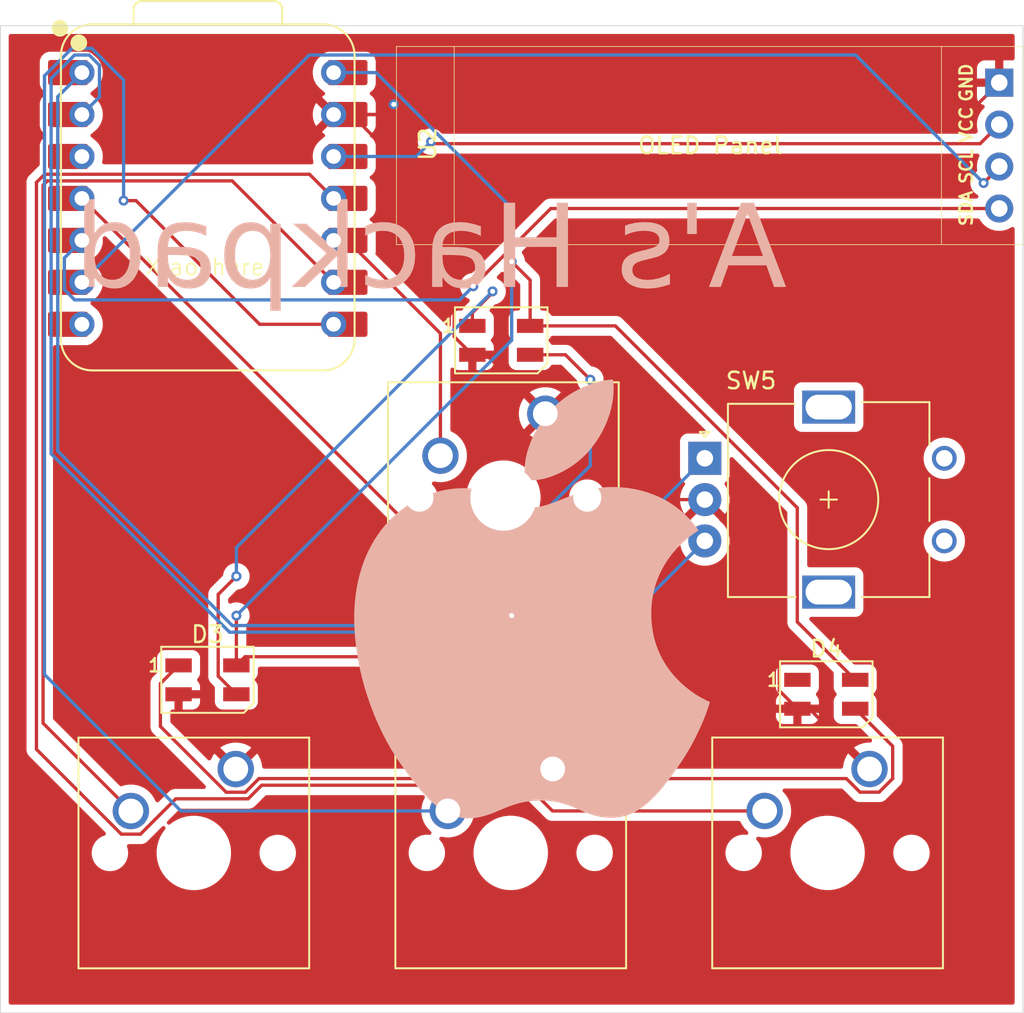
<source format=kicad_pcb>
(kicad_pcb (version 20241229) (generator "pcbnew") (generator_version "9.0")
  (layers (0 "F.Cu" signal) (2 "B.Cu" signal) (13 "F.Paste" user) (15 "B.Paste" user) (5 "F.SilkS" user "F.Silkscreen") (7 "B.SilkS" user "B.Silkscreen") (1 "F.Mask" user) (3 "B.Mask" user) (25 "Edge.Cuts" user))
  (net 0 "")
  (net 1 "GND")
  (net 2 "Net-(D1-DOUT)")
  (net 3 "Net-(D1-DIN)")
  (net 4 "Net-(D2-DOUT)")
  (net 5 "Net-(U1-GPIO2{slash}SCK)")
  (net 6 "Net-(U1-GPIO4{slash}MISO)")
  (net 7 "Net-(U1-GPIO3{slash}MOSI)")
  (net 8 "+5V")
  (net 10 "Net-(D3-DOUT)")
  (net 11 "Net-(U1-GPIO26{slash}ADC0{slash}A0)")
  (net 12 "Net-(U1-GPIO27{slash}ADC1{slash}A1)")
  (net 14 "Net-(U1-GPIO7{slash}SCL)")
  (net 16 "Net-(U1-GPIO6{slash}SDA)")
  (net 17 "+3.3V")
  (net 18 "Net-(U1-GPIO1{slash}RX)")
  (footprint "LED_SMD:LED_SK6812MINI_PLCC4_3.5x3.5mm_P1.75mm" (layer "F.Cu") (at 168.4375 90.4875)
    (property "Reference" "D2" (hide yes))
    (property "Value" "SK6812MINI")
    (fp_line (start -2.8 -2) (end -2.8 2) (stroke (width 0.12)) (layer "F.SilkS"))
    (fp_line (start -2.8 -2) (end 2.8 -2) (stroke (width 0.12)) (layer "F.SilkS"))
    (fp_line (start -2.8 2) (end 2.2 2) (stroke (width 0.12)) (layer "F.SilkS"))
    (fp_line (start 2.8 1.4) (end 2.2 2) (stroke (width 0.12)) (layer "F.SilkS"))
    (fp_line (start 2.8 1.4) (end 2.8 -2) (stroke (width 0.12)) (layer "F.SilkS"))
    (fp_text user "1" (at -3.2 -0.875 0) (layer "F.SilkS") (effects (font (size 0.8 0.8))))
    (pad "1" smd rect (at -1.75 -0.875) (size 1.6 0.85) (layers "F.Cu" "F.Mask" "F.Paste") (net 4 "Net-(D2-DOUT)"))
    (pad "2" smd rect (at -1.75 0.875) (size 1.6 0.85) (layers "F.Cu" "F.Mask" "F.Paste") (net 1 "GND"))
    (pad "3" smd rect (at 1.75 0.875) (size 1.6 0.85) (layers "F.Cu" "F.Mask" "F.Paste") (net 2 "Net-(D1-DOUT)"))
    (pad "4" smd rect (at 1.75 -0.875) (size 1.6 0.85) (layers "F.Cu" "F.Mask" "F.Paste") (net 8 "+5V"))
  )
  (footprint "Button_Switch_Keyboard:SW_Cherry_MX_1.00u_PCB" (layer "F.Cu") (at 171.551542 116.443014)
    (property "Reference" "SW1" (at -2.54 -2.794 0) (layer "F.SilkS"))
    (property "Value" "SW_Push")
    (fp_line (start -9.525 -1.905) (end 4.445 -1.905) (stroke (width 0.12)) (layer "F.SilkS"))
    (fp_line (start -9.525 12.065) (end -9.525 -1.905) (stroke (width 0.12)) (layer "F.SilkS"))
    (fp_line (start 4.445 -1.905) (end 4.445 12.065) (stroke (width 0.12)) (layer "F.SilkS"))
    (fp_line (start 4.445 12.065) (end -9.525 12.065) (stroke (width 0.12)) (layer "F.SilkS"))
    (pad "" np_thru_hole circle (at -7.62 5.08) (size 1.7 1.7) (drill 1.7) (layers "*.Cu" "*.Mask"))
    (pad "" np_thru_hole circle (at -2.54 5.08) (size 4 4) (drill 4) (layers "*.Cu" "*.Mask"))
    (pad "" np_thru_hole circle (at 2.54 5.08) (size 1.7 1.7) (drill 1.7) (layers "*.Cu" "*.Mask"))
    (pad "1" thru_hole circle (at 0 0) (size 2.2 2.2) (drill 1.5) (layers "*.Cu" "*.Mask") (net 1 "GND"))
    (pad "2" thru_hole circle (at -6.35 2.54) (size 2.2 2.2) (drill 1.5) (layers "*.Cu" "*.Mask") (net 18 "Net-(U1-GPIO1{slash}RX)"))
  )
  (footprint "ec11:RotaryEncoder_Alps_EC11E_Vertical_H20mm" (layer "F.Cu") (at 180.7625 97.63125)
    (property "Reference" "SW5" (at 2.8 -4.7 0) (layer "F.SilkS"))
    (property "Value" "RotaryEncoder_Switch")
    (fp_line (start -0.3 -1.6) (end 0.3 -1.6) (stroke (width 0.12)) (layer "F.SilkS"))
    (fp_line (start 0 -1.3) (end -0.3 -1.6) (stroke (width 0.12)) (layer "F.SilkS"))
    (fp_line (start 0.3 -1.6) (end 0 -1.3) (stroke (width 0.12)) (layer "F.SilkS"))
    (fp_line (start 1.4 -3.3) (end 1.4 8.4) (stroke (width 0.12)) (layer "F.SilkS"))
    (fp_line (start 5.5 -3.3) (end 1.4 -3.3) (stroke (width 0.12)) (layer "F.SilkS"))
    (fp_line (start 5.5 8.4) (end 1.4 8.4) (stroke (width 0.12)) (layer "F.SilkS"))
    (fp_line (start 7 2.5) (end 8 2.5) (stroke (width 0.12)) (layer "F.SilkS"))
    (fp_line (start 7.5 2) (end 7.5 3) (stroke (width 0.12)) (layer "F.SilkS"))
    (fp_line (start 9.5 -3.4) (end 13.6 -3.4) (stroke (width 0.12)) (layer "F.SilkS"))
    (fp_line (start 13.6 -3.4) (end 13.6 -0.8) (stroke (width 0.12)) (layer "F.SilkS"))
    (fp_line (start 13.6 1.2) (end 13.6 3.8) (stroke (width 0.12)) (layer "F.SilkS"))
    (fp_line (start 13.6 5.8) (end 13.6 8.4) (stroke (width 0.12)) (layer "F.SilkS"))
    (fp_line (start 13.6 8.4) (end 9.5 8.4) (stroke (width 0.12)) (layer "F.SilkS"))
    (fp_circle (center 7.5 2.5) (end 10.5 2.5) (stroke (width 0.12)) (fill no) (layer "F.SilkS"))
    (pad "" thru_hole circle (at 14.5 0) (size 1.5 1.5) (drill 1) (layers "*.Cu" "*.Mask"))
    (pad "" thru_hole circle (at 14.5 5) (size 1.5 1.5) (drill 1) (layers "*.Cu" "*.Mask"))
    (pad "A" thru_hole rect (at 0 0) (size 2 2) (drill 1) (layers "*.Cu" "*.Mask") (net 11 "Net-(U1-GPIO26{slash}ADC0{slash}A0)"))
    (pad "B" thru_hole circle (at 0 5) (size 2 2) (drill 1) (layers "*.Cu" "*.Mask") (net 12 "Net-(U1-GPIO27{slash}ADC1{slash}A1)"))
    (pad "C" thru_hole circle (at 0 2.5) (size 2 2) (drill 1) (layers "*.Cu" "*.Mask") (net 1 "GND"))
    (pad "MP" thru_hole rect (at 7.5 -3.1) (size 3.2 2) (drill oval 2.8 1.5) (layers "*.Cu" "*.Mask"))
    (pad "MP" thru_hole rect (at 7.5 8.1) (size 3.2 2) (drill oval 2.8 1.5) (layers "*.Cu" "*.Mask"))
  )
  (footprint "Oled:SSD1306-0.91-OLED-4pin-128x32" (layer "F.Cu") (at 162.09 72.69625)
    (property "Reference" "U2" (at 1.9 5.91 90) (layer "F.SilkS"))
    (property "Value" "SSD1306")
    (fp_line (start 0 0) (end 0 12) (stroke (width 0.04)) (layer "F.SilkS"))
    (fp_line (start 0 12) (end 38 12) (stroke (width 0.04)) (layer "F.SilkS"))
    (fp_line (start 3.5 0) (end 3.5 12) (stroke (width 0.04)) (layer "F.SilkS"))
    (fp_line (start 33 0) (end 33 12) (stroke (width 0.04)) (layer "F.SilkS"))
    (fp_line (start 38 0) (end 0 0) (stroke (width 0.04)) (layer "F.SilkS"))
    (fp_line (start 38 12) (end 38 0) (stroke (width 0.04)) (layer "F.SilkS"))
    (fp_text user "SCL" (at 34.5 7.27 270) (layer "F.SilkS") (effects (font (size 0.75 0.75))))
    (fp_text user "GND" (at 34.5 2.19 270) (layer "F.SilkS") (effects (font (size 0.75 0.75))))
    (fp_text user "VCC" (at 34.5 4.73 270) (layer "F.SilkS") (effects (font (size 0.75 0.75))))
    (fp_text user "OLED Panel" (at 19 6 0) (layer "F.SilkS"))
    (fp_text user "SDA" (at 34.5 9.81 270) (layer "F.SilkS") (effects (font (size 0.75 0.75))))
    (pad "1" thru_hole rect (at 36.5 2.19) (size 1.7 1.7) (drill 1) (layers "*.Cu" "*.Mask") (net 1 "GND"))
    (pad "2" thru_hole oval (at 36.5 4.73) (size 1.7 1.7) (drill 1) (layers "*.Cu" "*.Mask") (net 17 "+3.3V"))
    (pad "3" thru_hole oval (at 36.5 7.27) (size 1.7 1.7) (drill 1) (layers "*.Cu" "*.Mask") (net 14 "Net-(U1-GPIO7{slash}SCL)"))
    (pad "4" thru_hole oval (at 36.5 9.81) (size 1.7 1.7) (drill 1) (layers "*.Cu" "*.Mask") (net 16 "Net-(U1-GPIO6{slash}SDA)"))
  )
  (footprint "hackpad:XIAO-RP2040-DIP" (layer "F.Cu") (at 150.667065 81.895838)
    (property "Reference" "U1" (hide yes))
    (property "Value" "XIAO-RP2040-DIP")
    (fp_line (start -8.89 8.509) (end -8.89 -8.636) (stroke (width 0.127)) (layer "F.SilkS"))
    (fp_line (start -6.985 10.414) (end 6.985 10.414) (stroke (width 0.127)) (layer "F.SilkS"))
    (fp_line (start -4.495 -10.541) (end -4.491272 -11.451272) (stroke (width 0.127)) (layer "F.SilkS"))
    (fp_line (start -3.991272 -11.951) (end 4.004 -11.951) (stroke (width 0.127)) (layer "F.SilkS"))
    (fp_line (start 4.504 -11.451) (end 4.504 -10.541) (stroke (width 0.127)) (layer "F.SilkS"))
    (fp_line (start 6.985 -10.541) (end -6.985 -10.541) (stroke (width 0.1)) (layer "F.SilkS"))
    (fp_line (start 6.985 -10.541) (end -6.985 -10.541) (stroke (width 0.127)) (layer "F.SilkS"))
    (fp_line (start 8.89 8.509) (end 8.89 -8.636) (stroke (width 0.127)) (layer "F.SilkS"))
    (fp_arc (start -8.89 -8.636) (mid -8.332038 -9.983038) (end -6.985 -10.541) (stroke (width 0.127)) (layer "F.SilkS"))
    (fp_arc (start -6.985 10.414) (mid -8.332038 9.856038) (end -8.89 8.509) (stroke (width 0.127)) (layer "F.SilkS"))
    (fp_arc (start -4.491272 -11.451272) (mid -4.344728 -11.80464) (end -3.991272 -11.951) (stroke (width 0.127)) (layer "F.SilkS"))
    (fp_arc (start 4.004 -11.951) (mid 4.357553 -11.804553) (end 4.504 -11.451) (stroke (width 0.127)) (layer "F.SilkS"))
    (fp_arc (start 6.985 -10.541) (mid 8.332038 -9.983038) (end 8.89 -8.636) (stroke (width 0.127)) (layer "F.SilkS"))
    (fp_arc (start 8.89 8.509) (mid 8.332038 9.856038) (end 6.985 10.414) (stroke (width 0.127)) (layer "F.SilkS"))
    (fp_circle (center -8.95 -10.3) (end -8.95 -10.554) (stroke (width 0.5)) (fill yes) (layer "F.SilkS"))
    (fp_circle (center -7.807 -9.42) (end -7.807 -9.674) (stroke (width 0.5)) (fill yes) (layer "F.SilkS"))
    (pad "1" smd roundrect (at -8.455 -7.62 180) (size 2.432 1.524) (layers "F.Cu" "F.Mask") (roundrect_rratio 0.1) (net 11 "Net-(U1-GPIO26{slash}ADC0{slash}A0)"))
    (pad "1" thru_hole circle (at -7.62 -7.62 180) (size 1.524 1.524) (drill 0.889) (layers "*.Cu" "*.Mask") (net 11 "Net-(U1-GPIO26{slash}ADC0{slash}A0)"))
    (pad "2" smd roundrect (at -8.455 -5.08 180) (size 2.432 1.524) (layers "F.Cu" "F.Mask") (roundrect_rratio 0.1) (net 12 "Net-(U1-GPIO27{slash}ADC1{slash}A1)"))
    (pad "2" thru_hole circle (at -7.62 -5.08 180) (size 1.524 1.524) (drill 0.889) (layers "*.Cu" "*.Mask") (net 12 "Net-(U1-GPIO27{slash}ADC1{slash}A1)"))
    (pad "3" smd roundrect (at -8.455 -2.54 180) (size 2.432 1.524) (layers "F.Cu" "F.Mask") (roundrect_rratio 0.1))
    (pad "3" thru_hole circle (at -7.62 -2.54 180) (size 1.524 1.524) (drill 0.889) (layers "*.Cu" "*.Mask"))
    (pad "4" smd roundrect (at -8.455 0 180) (size 2.432 1.524) (layers "F.Cu" "F.Mask") (roundrect_rratio 0.1) (net 3 "Net-(D1-DIN)"))
    (pad "4" thru_hole circle (at -7.62 0 180) (size 1.524 1.524) (drill 0.889) (layers "*.Cu" "*.Mask") (net 3 "Net-(D1-DIN)"))
    (pad "5" smd roundrect (at -8.455 2.54 180) (size 2.432 1.524) (layers "F.Cu" "F.Mask") (roundrect_rratio 0.1) (net 16 "Net-(U1-GPIO6{slash}SDA)"))
    (pad "5" thru_hole circle (at -7.62 2.54 180) (size 1.524 1.524) (drill 0.889) (layers "*.Cu" "*.Mask") (net 16 "Net-(U1-GPIO6{slash}SDA)"))
    (pad "6" smd roundrect (at -8.455 5.08 180) (size 2.432 1.524) (layers "F.Cu" "F.Mask") (roundrect_rratio 0.1) (net 14 "Net-(U1-GPIO7{slash}SCL)"))
    (pad "6" thru_hole circle (at -7.62 5.08 180) (size 1.524 1.524) (drill 0.889) (layers "*.Cu" "*.Mask") (net 14 "Net-(U1-GPIO7{slash}SCL)"))
    (pad "7" smd roundrect (at -8.455 7.62 180) (size 2.432 1.524) (layers "F.Cu" "F.Mask") (roundrect_rratio 0.1))
    (pad "7" thru_hole circle (at -7.62 7.62 180) (size 1.524 1.524) (drill 0.889) (layers "*.Cu" "*.Mask"))
    (pad "8" thru_hole circle (at 7.62 7.62) (size 1.524 1.524) (drill 0.889) (layers "*.Cu" "*.Mask") (net 18 "Net-(U1-GPIO1{slash}RX)"))
    (pad "8" smd roundrect (at 8.455 7.62) (size 2.432 1.524) (layers "F.Cu" "F.Mask") (roundrect_rratio 0.1) (net 18 "Net-(U1-GPIO1{slash}RX)"))
    (pad "9" thru_hole circle (at 7.62 5.08) (size 1.524 1.524) (drill 0.889) (layers "*.Cu" "*.Mask") (net 5 "Net-(U1-GPIO2{slash}SCK)"))
    (pad "9" smd roundrect (at 8.455 5.08) (size 2.432 1.524) (layers "F.Cu" "F.Mask") (roundrect_rratio 0.1) (net 5 "Net-(U1-GPIO2{slash}SCK)"))
    (pad "10" thru_hole circle (at 7.62 2.54) (size 1.524 1.524) (drill 0.889) (layers "*.Cu" "*.Mask") (net 6 "Net-(U1-GPIO4{slash}MISO)"))
    (pad "10" smd roundrect (at 8.455 2.54) (size 2.432 1.524) (layers "F.Cu" "F.Mask") (roundrect_rratio 0.1) (net 6 "Net-(U1-GPIO4{slash}MISO)"))
    (pad "11" thru_hole circle (at 7.62 0) (size 1.524 1.524) (drill 0.889) (layers "*.Cu" "*.Mask") (net 7 "Net-(U1-GPIO3{slash}MOSI)"))
    (pad "11" smd roundrect (at 8.455 0) (size 2.432 1.524) (layers "F.Cu" "F.Mask") (roundrect_rratio 0.1) (net 7 "Net-(U1-GPIO3{slash}MOSI)"))
    (pad "12" thru_hole circle (at 7.62 -2.54) (size 1.524 1.524) (drill 0.889) (layers "*.Cu" "*.Mask") (net 17 "+3.3V"))
    (pad "12" smd roundrect (at 8.455 -2.54) (size 2.432 1.524) (layers "F.Cu" "F.Mask") (roundrect_rratio 0.1) (net 17 "+3.3V"))
    (pad "13" thru_hole circle (at 7.62 -5.08) (size 1.524 1.524) (drill 0.889) (layers "*.Cu" "*.Mask") (net 1 "GND"))
    (pad "13" smd roundrect (at 8.455 -5.08) (size 2.432 1.524) (layers "F.Cu" "F.Mask") (roundrect_rratio 0.1) (net 1 "GND"))
    (pad "14" thru_hole circle (at 7.62 -7.62) (size 1.524 1.524) (drill 0.889) (layers "*.Cu" "*.Mask") (net 8 "+5V"))
    (pad "14" smd roundrect (at 8.455 -7.62) (size 2.432 1.524) (layers "F.Cu" "F.Mask") (roundrect_rratio 0.1) (net 8 "+5V"))
  )
  (footprint "Button_Switch_Keyboard:SW_Cherry_MX_1.00u_PCB" (layer "F.Cu") (at 171.105026 94.9325)
    (property "Reference" "SW3" (hide yes))
    (property "Value" "SW_Push")
    (fp_line (start -9.525 -1.905) (end 4.445 -1.905) (stroke (width 0.12)) (layer "F.SilkS"))
    (fp_line (start -9.525 12.065) (end -9.525 -1.905) (stroke (width 0.12)) (layer "F.SilkS"))
    (fp_line (start 4.445 -1.905) (end 4.445 12.065) (stroke (width 0.12)) (layer "F.SilkS"))
    (fp_line (start 4.445 12.065) (end -9.525 12.065) (stroke (width 0.12)) (layer "F.SilkS"))
    (pad "" np_thru_hole circle (at -7.62 5.08) (size 1.7 1.7) (drill 1.7) (layers "*.Cu" "*.Mask"))
    (pad "" np_thru_hole circle (at -2.54 5.08) (size 4 4) (drill 4) (layers "*.Cu" "*.Mask"))
    (pad "" np_thru_hole circle (at 2.54 5.08) (size 1.7 1.7) (drill 1.7) (layers "*.Cu" "*.Mask"))
    (pad "1" thru_hole circle (at 0 0) (size 2.2 2.2) (drill 1.5) (layers "*.Cu" "*.Mask") (net 1 "GND"))
    (pad "2" thru_hole circle (at -6.35 2.54) (size 2.2 2.2) (drill 1.5) (layers "*.Cu" "*.Mask") (net 6 "Net-(U1-GPIO4{slash}MISO)"))
  )
  (footprint "Button_Switch_Keyboard:SW_Cherry_MX_1.00u_PCB" (layer "F.Cu") (at 152.362924 116.447105)
    (property "Reference" "SW2" (hide yes))
    (property "Value" "SW_Push")
    (fp_line (start -9.525 -1.905) (end 4.445 -1.905) (stroke (width 0.12)) (layer "F.SilkS"))
    (fp_line (start -9.525 12.065) (end -9.525 -1.905) (stroke (width 0.12)) (layer "F.SilkS"))
    (fp_line (start 4.445 -1.905) (end 4.445 12.065) (stroke (width 0.12)) (layer "F.SilkS"))
    (fp_line (start 4.445 12.065) (end -9.525 12.065) (stroke (width 0.12)) (layer "F.SilkS"))
    (pad "" np_thru_hole circle (at -7.62 5.08) (size 1.7 1.7) (drill 1.7) (layers "*.Cu" "*.Mask"))
    (pad "" np_thru_hole circle (at -2.54 5.08) (size 4 4) (drill 4) (layers "*.Cu" "*.Mask"))
    (pad "" np_thru_hole circle (at 2.54 5.08) (size 1.7 1.7) (drill 1.7) (layers "*.Cu" "*.Mask"))
    (pad "1" thru_hole circle (at 0 0) (size 2.2 2.2) (drill 1.5) (layers "*.Cu" "*.Mask") (net 1 "GND"))
    (pad "2" thru_hole circle (at -6.35 2.54) (size 2.2 2.2) (drill 1.5) (layers "*.Cu" "*.Mask") (net 5 "Net-(U1-GPIO2{slash}SCK)"))
  )
  (footprint "LED_SMD:LED_SK6812MINI_PLCC4_3.5x3.5mm_P1.75mm" (layer "F.Cu") (at 169.531189 111.248043)
    (property "Reference" "D1" (at 0 -2.75 0) (layer "F.SilkS"))
    (property "Value" "SK6812MINI")
    (fp_line (start -2.8 -2) (end -2.8 2) (stroke (width 0.12)) (layer "F.SilkS"))
    (fp_line (start -2.8 -2) (end 2.8 -2) (stroke (width 0.12)) (layer "F.SilkS"))
    (fp_line (start -2.8 2) (end 2.2 2) (stroke (width 0.12)) (layer "F.SilkS"))
    (fp_line (start 2.8 1.4) (end 2.2 2) (stroke (width 0.12)) (layer "F.SilkS"))
    (fp_line (start 2.8 1.4) (end 2.8 -2) (stroke (width 0.12)) (layer "F.SilkS"))
    (fp_text user "1" (at -3.2 -0.875 0) (layer "F.SilkS") (effects (font (size 0.8 0.8))))
    (pad "1" smd rect (at -1.75 -0.875) (size 1.6 0.85) (layers "F.Cu" "F.Mask" "F.Paste") (net 2 "Net-(D1-DOUT)"))
    (pad "2" smd rect (at -1.75 0.875) (size 1.6 0.85) (layers "F.Cu" "F.Mask" "F.Paste") (net 1 "GND"))
    (pad "3" smd rect (at 1.75 0.875) (size 1.6 0.85) (layers "F.Cu" "F.Mask" "F.Paste") (net 3 "Net-(D1-DIN)"))
    (pad "4" smd rect (at 1.75 -0.875) (size 1.6 0.85) (layers "F.Cu" "F.Mask" "F.Paste") (net 8 "+5V"))
  )
  (footprint "LED_SMD:LED_SK6812MINI_PLCC4_3.5x3.5mm_P1.75mm" (layer "F.Cu") (at 188.11875 111.91875)
    (property "Reference" "D4" (at 0 -2.75 0) (layer "F.SilkS"))
    (property "Value" "SK6812MINI")
    (fp_line (start -2.8 -2) (end -2.8 2) (stroke (width 0.12)) (layer "F.SilkS"))
    (fp_line (start -2.8 -2) (end 2.8 -2) (stroke (width 0.12)) (layer "F.SilkS"))
    (fp_line (start -2.8 2) (end 2.2 2) (stroke (width 0.12)) (layer "F.SilkS"))
    (fp_line (start 2.8 1.4) (end 2.2 2) (stroke (width 0.12)) (layer "F.SilkS"))
    (fp_line (start 2.8 1.4) (end 2.8 -2) (stroke (width 0.12)) (layer "F.SilkS"))
    (fp_text user "1" (at -3.2 -0.875 0) (layer "F.SilkS") (effects (font (size 0.8 0.8))))
    (pad "1" smd rect (at -1.75 -0.875) (size 1.6 0.85) (layers "F.Cu" "F.Mask" "F.Paste"))
    (pad "2" smd rect (at -1.75 0.875) (size 1.6 0.85) (layers "F.Cu" "F.Mask" "F.Paste") (net 1 "GND"))
    (pad "3" smd rect (at 1.75 0.875) (size 1.6 0.85) (layers "F.Cu" "F.Mask" "F.Paste") (net 10 "Net-(D3-DOUT)"))
    (pad "4" smd rect (at 1.75 -0.875) (size 1.6 0.85) (layers "F.Cu" "F.Mask" "F.Paste") (net 8 "+5V"))
  )
  (footprint "Button_Switch_Keyboard:SW_Cherry_MX_1.00u_PCB" (layer "F.Cu") (at 190.73653 116.443014)
    (property "Reference" "SW4" (hide yes))
    (property "Value" "SW_Push")
    (fp_line (start -9.525 -1.905) (end 4.445 -1.905) (stroke (width 0.12)) (layer "F.SilkS"))
    (fp_line (start -9.525 12.065) (end -9.525 -1.905) (stroke (width 0.12)) (layer "F.SilkS"))
    (fp_line (start 4.445 -1.905) (end 4.445 12.065) (stroke (width 0.12)) (layer "F.SilkS"))
    (fp_line (start 4.445 12.065) (end -9.525 12.065) (stroke (width 0.12)) (layer "F.SilkS"))
    (pad "" np_thru_hole circle (at -7.62 5.08) (size 1.7 1.7) (drill 1.7) (layers "*.Cu" "*.Mask"))
    (pad "" np_thru_hole circle (at -2.54 5.08) (size 4 4) (drill 4) (layers "*.Cu" "*.Mask"))
    (pad "" np_thru_hole circle (at 2.54 5.08) (size 1.7 1.7) (drill 1.7) (layers "*.Cu" "*.Mask"))
    (pad "1" thru_hole circle (at 0 0) (size 2.2 2.2) (drill 1.5) (layers "*.Cu" "*.Mask") (net 1 "GND"))
    (pad "2" thru_hole circle (at -6.35 2.54) (size 2.2 2.2) (drill 1.5) (layers "*.Cu" "*.Mask") (net 7 "Net-(U1-GPIO3{slash}MOSI)"))
  )
  (footprint "LED_SMD:LED_SK6812MINI_PLCC4_3.5x3.5mm_P1.75mm" (layer "F.Cu") (at 150.65 111.04375)
    (property "Reference" "D3" (at 0 -2.75 0) (layer "F.SilkS"))
    (property "Value" "SK6812MINI")
    (fp_line (start -2.8 -2) (end -2.8 2) (stroke (width 0.12)) (layer "F.SilkS"))
    (fp_line (start -2.8 -2) (end 2.8 -2) (stroke (width 0.12)) (layer "F.SilkS"))
    (fp_line (start -2.8 2) (end 2.2 2) (stroke (width 0.12)) (layer "F.SilkS"))
    (fp_line (start 2.8 1.4) (end 2.2 2) (stroke (width 0.12)) (layer "F.SilkS"))
    (fp_line (start 2.8 1.4) (end 2.8 -2) (stroke (width 0.12)) (layer "F.SilkS"))
    (fp_text user "1" (at -3.2 -0.875 0) (layer "F.SilkS") (effects (font (size 0.8 0.8))))
    (pad "1" smd rect (at -1.75 -0.875) (size 1.6 0.85) (layers "F.Cu" "F.Mask" "F.Paste") (net 10 "Net-(D3-DOUT)"))
    (pad "2" smd rect (at -1.75 0.875) (size 1.6 0.85) (layers "F.Cu" "F.Mask" "F.Paste") (net 1 "GND"))
    (pad "3" smd rect (at 1.75 0.875) (size 1.6 0.85) (layers "F.Cu" "F.Mask" "F.Paste") (net 4 "Net-(D2-DOUT)"))
    (pad "4" smd rect (at 1.75 -0.875) (size 1.6 0.85) (layers "F.Cu" "F.Mask" "F.Paste") (net 8 "+5V"))
  )
  (gr_poly (pts (xy 175.506736 99.37751) (xy 175.749324 99.392759) (xy 176.025076 99.420247) (xy 176.329772 99.463517) (xy 176.659192 99.526111) (xy 177.009115 99.611572) (xy 177.375319 99.723443) (xy 177.753584 99.865265) (xy 177.945921 99.948515) (xy 178.139691 100.040581) (xy 178.334365 100.141906) (xy 178.529417 100.252933) (xy 178.724319 100.374105) (xy 178.918542 100.505865) (xy 179.111561 100.648655) (xy 179.302847 100.802918) (xy 179.491872 100.969097) (xy 179.678109 101.147634) (xy 179.86103 101.338973) (xy 180.040108 101.543557) (xy 180.214815 101.761828) (xy 180.384624 101.994228) (xy 180.384624 101.994229) (xy 180.217554 102.105757) (xy 180.063446 102.212692) (xy 179.872572 102.354641) (xy 179.652646 102.532278) (xy 179.411381 102.746276) (xy 179.156488 102.997311) (xy 179.026341 103.136928) (xy 178.895681 103.286057) (xy 178.765469 103.444783) (xy 178.636672 103.613188) (xy 178.510252 103.791359) (xy 178.387174 103.979379) (xy 178.268402 104.177333) (xy 178.1549 104.385304) (xy 178.047632 104.603378) (xy 177.947562 104.831637) (xy 177.855655 105.070168) (xy 177.772874 105.319053) (xy 177.700184 105.578378) (xy 177.638548 105.848227) (xy 177.58893 106.128683) (xy 177.552296 106.419831) (xy 177.529608 106.721756) (xy 177.521831 107.034542) (xy 177.531724 107.395246) (xy 177.560574 107.741299) (xy 177.607136 108.072918) (xy 177.670168 108.39032) (xy 177.748426 108.69372) (xy 177.840666 108.983336) (xy 177.945645 109.259384) (xy 178.062119 109.52208) (xy 178.188844 109.771642) (xy 178.324576 110.008285) (xy 178.468073 110.232227) (xy 178.61809 110.443683) (xy 178.773384 110.642871) (xy 178.932711 110.830007) (xy 179.25849 111.168988) (xy 179.585479 111.462359) (xy 179.903727 111.711854) (xy 180.203287 111.919204) (xy 180.47421 112.086141) (xy 180.890345 112.305709) (xy 181.072541 112.384417) (xy 181.041969 112.494085) (xy 180.960423 112.746318) (xy 180.8253 113.12121) (xy 180.736832 113.348433) (xy 180.633993 113.598855) (xy 180.516458 113.86999) (xy 180.3839 114.159348) (xy 180.235994 114.464442) (xy 180.072415 114.782783) (xy 179.892837 115.111883) (xy 179.696934 115.449253) (xy 179.484381 115.792407) (xy 179.254853 116.138854) (xy 178.826734 116.746744) (xy 178.608834 117.044647) (xy 178.387268 117.335349) (xy 178.161205 117.61647) (xy 177.929818 117.88563) (xy 177.692275 118.14045) (xy 177.447749 118.378551) (xy 177.195409 118.597551) (xy 176.934426 118.795073) (xy 176.800435 118.885035) (xy 176.663971 118.968735) (xy 176.524932 119.045876) (xy 176.383214 119.116159) (xy 176.238714 119.179288) (xy 176.091327 119.234964) (xy 175.940949 119.282891) (xy 175.787478 119.322772) (xy 175.63081 119.354307) (xy 175.47084 119.377201) (xy 175.307466 119.391155) (xy 175.140583 119.395873) (xy 174.975735 119.392875) (xy 174.818177 119.384136) (xy 174.667367 119.370039) (xy 174.522765 119.350966) (xy 174.383832 119.327301) (xy 174.250026 119.299426) (xy 173.995639 119.232576) (xy 173.755283 119.153478) (xy 173.524634 119.065196) (xy 173.075179 118.873321) (xy 172.847728 118.775853) (xy 172.6127 118.681447) (xy 172.365774 118.593164) (xy 172.102628 118.514067) (xy 171.963622 118.47892) (xy 171.818941 118.447217) (xy 171.668043 118.419342) (xy 171.51039 118.395676) (xy 171.345441 118.376604) (xy 171.172656 118.362507) (xy 170.991494 118.353768) (xy 170.801416 118.35077) (xy 170.615413 118.353866) (xy 170.436645 118.362893) (xy 170.264704 118.377454) (xy 170.09918 118.397154) (xy 169.785751 118.450391) (xy 169.493093 118.519441) (xy 169.217937 118.601142) (xy 168.957017 118.69233) (xy 168.707065 118.789844) (xy 168.464814 118.89052) (xy 167.990347 119.088709) (xy 167.751596 119.179897) (xy 167.507477 119.261598) (xy 167.254723 119.330648) (xy 166.990067 119.383885) (xy 166.852255 119.403585) (xy 166.710241 119.418146) (xy 166.563619 119.427173) (xy 166.411979 119.430269) (xy 166.25913 119.425887) (xy 166.109074 119.41288) (xy 165.961687 119.391464) (xy 165.816847 119.36185) (xy 165.674431 119.324252) (xy 165.534317 119.278883) (xy 165.396382 119.225957) (xy 165.260504 119.165686) (xy 165.126559 119.098284) (xy 164.994426 119.023963) (xy 164.863982 118.942938) (xy 164.735104 118.855421) (xy 164.60767 118.761625) (xy 164.481557 118.661763) (xy 164.232804 118.444696) (xy 163.987865 118.205925) (xy 163.745759 117.947156) (xy 163.505506 117.670093) (xy 163.266124 117.376441) (xy 163.026634 117.067907) (xy 162.786055 116.746196) (xy 162.297708 116.070061) (xy 162.014637 115.648501) (xy 161.73983 115.20074) (xy 161.474666 114.728795) (xy 161.220523 114.234681) (xy 160.978784 113.720413) (xy 160.750826 113.188006) (xy 160.538031 112.639476) (xy 160.341776 112.076839) (xy 160.163444 111.502109) (xy 160.004412 110.917302) (xy 159.866061 110.324434) (xy 159.749771 109.72552) (xy 159.656922 109.122575) (xy 159.588892 108.517614) (xy 159.547063 107.912653) (xy 159.532813 107.309708) (xy 159.542507 106.834592) (xy 159.571175 106.373687) (xy 159.618194 105.92705) (xy 159.682943 105.494739) (xy 159.7648 105.076811) (xy 159.863142 104.673323) (xy 159.977347 104.284332) (xy 160.106793 103.909895) (xy 160.250859 103.55007) (xy 160.408922 103.204914) (xy 160.58036 102.874483) (xy 160.764552 102.558836) (xy 160.960874 102.258028) (xy 161.168705 101.972118) (xy 161.387424 101.701163) (xy 161.616407 101.445219) (xy 161.855033 101.204344) (xy 162.102679 100.978595) (xy 162.358725 100.768029) (xy 162.622547 100.572704) (xy 162.893523 100.392676) (xy 163.171033 100.228002) (xy 163.454452 100.078741) (xy 163.743161 99.944949) (xy 164.036535 99.826683) (xy 164.333954 99.724) (xy 164.634795 99.636957) (xy 164.938436 99.565613) (xy 165.244256 99.510023) (xy 165.551631 99.470245) (xy 165.859941 99.446337) (xy 166.168563 99.438354) (xy 166.493053 99.45125) (xy 166.810622 99.487695) (xy 167.121167 99.544325) (xy 167.424589 99.617775) (xy 167.720787 99.704682) (xy 168.009659 99.801681) (xy 168.565026 100.0125) (xy 169.089883 100.223319) (xy 169.340618 100.320318) (xy 169.583424 100.407225) (xy 169.818199 100.480675) (xy 170.044843 100.537305) (xy 170.263255 100.573749) (xy 170.473333 100.586645) (xy 170.573018 100.583154) (xy 170.676088 100.572977) (xy 170.892217 100.534349) (xy 171.121393 100.474327) (xy 171.363284 100.396476) (xy 171.617563 100.304363) (xy 171.883898 100.201553) (xy 172.451424 99.978104) (xy 172.751956 99.864597) (xy 173.063227 99.754655) (xy 173.384908 99.651845) (xy 173.71667 99.559732) (xy 174.058183 99.481881) (xy 174.409118 99.421859) (xy 174.588016 99.399648) (xy 174.769146 99.383231) (xy 174.952467 99.373054) (xy 175.137937 99.369562)) (fill yes) (layer "B.SilkS"))
  (gr_poly (pts (xy 175.205856 92.918855) (xy 175.216187 92.981069) (xy 175.224843 93.045824) (xy 175.231855 93.112658) (xy 175.237255 93.181103) (xy 175.241074 93.250696) (xy 175.243343 93.32097) (xy 175.244092 93.391462) (xy 175.237354 93.64537) (xy 175.217474 93.898723) (xy 175.184951 94.150968) (xy 175.140285 94.40155) (xy 175.083976 94.649916) (xy 175.016525 94.89551) (xy 174.938431 95.137779) (xy 174.850194 95.376168) (xy 174.752314 95.610123) (xy 174.645292 95.83909) (xy 174.529626 96.062515) (xy 174.405818 96.279844) (xy 174.274367 96.490522) (xy 174.135772 96.693994) (xy 173.990535 96.889708) (xy 173.839155 97.077108) (xy 173.839153 97.077108) (xy 173.668201 97.276626) (xy 173.483692 97.468862) (xy 173.287013 97.653044) (xy 173.079551 97.828401) (xy 172.862695 97.994161) (xy 172.637831 98.149554) (xy 172.406348 98.293808) (xy 172.169633 98.426152) (xy 171.929072 98.545815) (xy 171.686055 98.652025) (xy 171.441968 98.744011) (xy 171.198199 98.821002) (xy 170.956135 98.882226) (xy 170.717163 98.926912) (xy 170.482673 98.95429) (xy 170.254049 98.963587) (xy 170.202559 98.96276) (xy 170.151689 98.960445) (xy 170.102059 98.95689) (xy 170.054289 98.952342) (xy 170.009 98.947051) (xy 169.966811 98.941263) (xy 169.928343 98.935227) (xy 169.894216 98.929191) (xy 169.887498 98.898087) (xy 169.879664 98.85548) (xy 169.871334 98.803013) (xy 169.863127 98.742329) (xy 169.855665 98.675072) (xy 169.849567 98.602885) (xy 169.845454 98.527412) (xy 169.843945 98.450295) (xy 169.852033 98.193157) (xy 169.875659 97.937153) (xy 169.913865 97.682988) (xy 169.965695 97.43136) (xy 170.03019 97.182973) (xy 170.106394 96.938527) (xy 170.19335 96.698725) (xy 170.290099 96.464267) (xy 170.395685 96.235855) (xy 170.50915 96.014191) (xy 170.629537 95.799976) (xy 170.75589 95.593912) (xy 170.887249 95.3967) (xy 171.022659 95.209041) (xy 171.161161 95.031638) (xy 171.3018 94.865191) (xy 171.489076 94.659656) (xy 171.689874 94.461268) (xy 171.902897 94.270786) (xy 172.126845 94.08897) (xy 172.360421 93.91658) (xy 172.602326 93.754375) (xy 172.851261 93.603116) (xy 173.105928 93.463561) (xy 173.365029 93.336471) (xy 173.627266 93.222604) (xy 173.891339 93.122722) (xy 174.155952 93.037582) (xy 174.419804 92.967945) (xy 174.681599 92.914571) (xy 174.940037 92.87822) (xy 175.193821 92.85965)) (fill yes) (layer "B.SilkS"))
  (gr_rect (start 138.1125 71.4375) (end 200.025 131.210328) (stroke (width 0.05)) (fill no) (layer "Edge.Cuts"))
  (gr_text "Xiao here" (at 146.813756 86.63726 0) (layer "F.SilkS") (effects (font (size 1 1) (thickness 0.1)) (justify left bottom)))
  (gr_text "A's Hackpad\n" (at 185.7375 88.10625 -0) (layer "B.SilkS") (effects (font (size 5 5) (thickness 0.1)) (justify left bottom mirror)))
  (segment (start 165.5865 90.2615) (end 166.6875 91.3625) (width 0.2) (layer "F.Cu") (net 1))
  (segment (start 196.660412 76.815838) (end 158.287065 76.815838) (width 0.2) (layer "F.Cu") (net 1))
  (segment (start 167.781189 112.123043) (end 156.686986 112.123043) (width 0.2) (layer "F.Cu") (net 1))
  (segment (start 148.9 112.984181) (end 148.9 111.91875) (width 0.2) (layer "F.Cu") (net 1))
  (segment (start 159.364695 76.815838) (end 165.5865 83.037643) (width 0.2) (layer "F.Cu") (net 1))
  (segment (start 185.26775 104.6365) (end 185.26775 111.69275) (width 0.2) (layer "F.Cu") (net 1))
  (segment (start 187.087266 112.79375) (end 190.73653 116.443014) (width 0.2) (layer "F.Cu") (net 1))
  (segment (start 186.36875 112.79375) (end 175.200806 112.79375) (width 0.2) (layer "F.Cu") (net 1))
  (segment (start 158.287065 76.815838) (end 161.309162 76.815838) (width 0.2) (layer "F.Cu") (net 1))
  (segment (start 180.7625 100.13125) (end 185.26775 104.6365) (width 0.2) (layer "F.Cu") (net 1))
  (segment (start 175.200806 112.79375) (end 171.551542 116.443014) (width 0.2) (layer "F.Cu") (net 1))
  (segment (start 167.535026 91.3625) (end 171.105026 94.9325) (width 0.2) (layer "F.Cu") (net 1))
  (segment (start 186.36875 112.79375) (end 187.087266 112.79375) (width 0.2) (layer "F.Cu") (net 1))
  (segment (start 161.309162 76.815838) (end 161.925 76.2) (width 0.2) (layer "F.Cu") (net 1))
  (segment (start 198.59 74.88625) (end 196.660412 76.815838) (width 0.2) (layer "F.Cu") (net 1))
  (segment (start 156.686986 112.123043) (end 152.362924 116.447105) (width 0.2) (layer "F.Cu") (net 1))
  (segment (start 165.5865 83.037643) (end 165.5865 90.2615) (width 0.2) (layer "F.Cu") (net 1))
  (segment (start 152.362924 116.447105) (end 148.9 112.984181) (width 0.2) (layer "F.Cu") (net 1))
  (segment (start 171.551542 116.443014) (end 167.781189 112.672661) (width 0.2) (layer "F.Cu") (net 1))
  (segment (start 171.105026 94.9325) (end 176.303776 100.13125) (width 0.2) (layer "F.Cu") (net 1))
  (segment (start 158.287065 76.815838) (end 159.364695 76.815838) (width 0.2) (layer "F.Cu") (net 1))
  (segment (start 176.303776 100.13125) (end 180.7625 100.13125) (width 0.2) (layer "F.Cu") (net 1))
  (segment (start 185.26775 111.69275) (end 186.36875 112.79375) (width 0.2) (layer "F.Cu") (net 1))
  (segment (start 166.6875 91.3625) (end 167.535026 91.3625) (width 0.2) (layer "F.Cu") (net 1))
  (segment (start 167.781189 112.672661) (end 167.781189 112.123043) (width 0.2) (layer "F.Cu") (net 1))
  (via (at 161.925 76.2) (size 0.6) (drill 0.3) (layers "F.Cu" "B.Cu") (net 1))
  (segment (start 169.891396 107.15625) (end 172.382189 109.647043) (width 0.2) (layer "F.Cu") (net 2))
  (segment (start 172.382189 109.647043) (end 172.382189 111.099043) (width 0.2) (layer "F.Cu") (net 2))
  (segment (start 169.06875 107.15625) (end 169.891396 107.15625) (width 0.2) (layer "F.Cu") (net 2))
  (segment (start 172.382189 111.099043) (end 168.507189 111.099043) (width 0.2) (layer "F.Cu") (net 2))
  (segment (start 172.325 91.3625) (end 173.83125 92.86875) (width 0.2) (layer "F.Cu") (net 2))
  (segment (start 170.1875 91.3625) (end 172.325 91.3625) (width 0.2) (layer "F.Cu") (net 2))
  (segment (start 168.507189 111.099043) (end 167.781189 110.373043) (width 0.2) (layer "F.Cu") (net 2))
  (via (at 169.06875 107.15625) (size 0.6) (drill 0.3) (layers "F.Cu" "B.Cu") (net 2))
  (via (at 173.83125 92.86875) (size 0.6) (drill 0.3) (layers "F.Cu" "B.Cu") (net 2))
  (segment (start 169.06875 102.833592) (end 169.06875 107.15625) (width 0.2) (layer "B.Cu") (net 2))
  (segment (start 173.83125 98.071092) (end 169.06875 102.833592) (width 0.2) (layer "B.Cu") (net 2))
  (segment (start 173.83125 92.86875) (end 173.83125 98.071092) (width 0.2) (layer "B.Cu") (net 2))
  (segment (start 164.005007 102.85378) (end 143.047065 81.895838) (width 0.2) (layer "F.Cu") (net 3))
  (segment (start 171.281189 112.123043) (end 172.281189 112.123043) (width 0.2) (layer "F.Cu") (net 3))
  (segment (start 172.281189 112.123043) (end 172.783189 111.621043) (width 0.2) (layer "F.Cu") (net 3))
  (segment (start 166.156026 102.85378) (end 164.005007 102.85378) (width 0.2) (layer "F.Cu") (net 3))
  (segment (start 172.783189 111.621043) (end 172.783189 109.480943) (width 0.2) (layer "F.Cu") (net 3))
  (segment (start 172.783189 109.480943) (end 166.156026 102.85378) (width 0.2) (layer "F.Cu") (net 3))
  (segment (start 166.6875 88.822022) (end 167.986908 87.522614) (width 0.2) (layer "F.Cu") (net 4))
  (segment (start 151.299 110.81775) (end 152.4 111.91875) (width 0.2) (layer "F.Cu") (net 4))
  (segment (start 151.299 105.876) (end 151.299 110.81775) (width 0.2) (layer "F.Cu") (net 4))
  (segment (start 166.6875 89.6125) (end 166.6875 88.822022) (width 0.2) (layer "F.Cu") (net 4))
  (segment (start 152.4 104.775) (end 151.299 105.876) (width 0.2) (layer "F.Cu") (net 4))
  (via (at 152.4 104.775) (size 0.6) (drill 0.3) (layers "F.Cu" "B.Cu") (net 4))
  (via (at 152.4 104.775) (size 0.6) (drill 0.3) (layers "F.Cu" "B.Cu") (net 4))
  (via (at 152.4 104.775) (size 0.6) (drill 0.3) (layers "F.Cu" "B.Cu") (net 4))
  (via (at 167.912656 87.522614) (size 0.6) (drill 0.3) (layers "F.Cu" "B.Cu") (net 4))
  (segment (start 152.4 103.03527) (end 152.4 104.775) (width 0.2) (layer "B.Cu") (net 4))
  (segment (start 167.912656 87.522614) (end 152.4 103.03527) (width 0.2) (layer "B.Cu") (net 4))
  (segment (start 146.012924 118.987105) (end 140.695065 113.669246) (width 0.2) (layer "F.Cu") (net 5))
  (segment (start 140.956439 80.832838) (end 152.144065 80.832838) (width 0.2) (layer "F.Cu") (net 5))
  (segment (start 140.695065 81.094212) (end 140.956439 80.832838) (width 0.2) (layer "F.Cu") (net 5))
  (segment (start 152.144065 80.832838) (end 158.287065 86.975838) (width 0.2) (layer "F.Cu") (net 5))
  (segment (start 140.695065 113.669246) (end 140.695065 81.094212) (width 0.2) (layer "F.Cu") (net 5))
  (segment (start 164.755026 90.068799) (end 159.122065 84.435838) (width 0.2) (layer "F.Cu") (net 6))
  (segment (start 159.122065 84.435838) (end 158.287065 84.435838) (width 0.2) (layer "F.Cu") (net 6))
  (segment (start 164.755026 97.4725) (end 164.755026 90.068799) (width 0.2) (layer "F.Cu") (net 6))
  (segment (start 145.43261 120.388105) (end 140.294065 115.24956) (width 0.2) (layer "F.Cu") (net 7))
  (segment (start 140.790339 80.431838) (end 156.823065 80.431838) (width 0.2) (layer "F.Cu") (net 7))
  (segment (start 140.294065 115.24956) (end 140.294065 80.928112) (width 0.2) (layer "F.Cu") (net 7))
  (segment (start 156.823065 80.431838) (end 158.287065 81.895838) (width 0.2) (layer "F.Cu") (net 7))
  (segment (start 153.934115 117.424328) (end 153.109338 118.249105) (width 0.2) (layer "F.Cu") (net 7))
  (segment (start 146.593238 120.388105) (end 145.43261 120.388105) (width 0.2) (layer "F.Cu") (net 7))
  (segment (start 148.732238 118.249105) (end 146.593238 120.388105) (width 0.2) (layer "F.Cu") (net 7))
  (segment (start 171.543128 118.983014) (end 169.984442 117.424328) (width 0.2) (layer "F.Cu") (net 7))
  (segment (start 169.984442 117.424328) (end 153.934115 117.424328) (width 0.2) (layer "F.Cu") (net 7))
  (segment (start 140.294065 80.928112) (end 140.790339 80.431838) (width 0.2) (layer "F.Cu") (net 7))
  (segment (start 153.109338 118.249105) (end 148.732238 118.249105) (width 0.2) (layer "F.Cu") (net 7))
  (segment (start 184.38653 118.983014) (end 171.543128 118.983014) (width 0.2) (layer "F.Cu") (net 7))
  (segment (start 170.1875 89.6125) (end 175.34575 89.6125) (width 0.2) (layer "F.Cu") (net 8))
  (segment (start 152.921707 109.647043) (end 170.555189 109.647043) (width 0.2) (layer "F.Cu") (net 8))
  (segment (start 170.1875 86.84375) (end 169.06875 85.725) (width 0.2) (layer "F.Cu") (net 8))
  (segment (start 186.3615 107.5365) (end 189.86875 111.04375) (width 0.2) (layer "F.Cu") (net 8))
  (segment (start 186.3615 100.62825) (end 186.3615 107.5365) (width 0.2) (layer "F.Cu") (net 8))
  (segment (start 152.4 110.16875) (end 152.921707 109.647043) (width 0.2) (layer "F.Cu") (net 8))
  (segment (start 170.555189 109.647043) (end 171.281189 110.373043) (width 0.2) (layer "F.Cu") (net 8))
  (segment (start 152.4 107.15625) (end 152.4 110.16875) (width 0.2) (layer "F.Cu") (net 8))
  (segment (start 170.1875 89.6125) (end 170.1875 86.84375) (width 0.2) (layer "F.Cu") (net 8))
  (segment (start 175.34575 89.6125) (end 186.3615 100.62825) (width 0.2) (layer "F.Cu") (net 8))
  (via (at 169.06875 85.725) (size 0.6) (drill 0.3) (layers "F.Cu" "B.Cu") (net 8))
  (via (at 152.4 107.15625) (size 0.6) (drill 0.3) (layers "F.Cu" "B.Cu") (net 8))
  (segment (start 169.06875 90.4875) (end 152.4 107.15625) (width 0.2) (layer "B.Cu") (net 8))
  (segment (start 169.06875 85.725) (end 169.06875 90.4875) (width 0.2) (layer "B.Cu") (net 8))
  (segment (start 169.06875 85.725) (end 169.06875 82.487769) (width 0.2) (layer "B.Cu") (net 8))
  (segment (start 160.856819 74.275838) (end 158.287065 74.275838) (width 0.2) (layer "B.Cu") (net 8))
  (segment (start 169.06875 82.487769) (end 160.856819 74.275838) (width 0.2) (layer "B.Cu") (net 8))
  (segment (start 147.799 111.26975) (end 147.799 113.864495) (width 0.2) (layer "F.Cu") (net 10))
  (segment (start 152.943238 117.848105) (end 153.768015 117.023328) (width 0.2) (layer "F.Cu") (net 10))
  (segment (start 191.316844 117.844014) (end 192.13753 117.023328) (width 0.2) (layer "F.Cu") (net 10))
  (segment (start 153.768015 117.023328) (end 170.150542 117.023328) (width 0.2) (layer "F.Cu") (net 10))
  (segment (start 172.131856 117.844014) (end 172.952542 117.023328) (width 0.2) (layer "F.Cu") (net 10))
  (segment (start 147.799 113.864495) (end 151.78261 117.848105) (width 0.2) (layer "F.Cu") (net 10))
  (segment (start 189.33553 117.023328) (end 190.156216 117.844014) (width 0.2) (layer "F.Cu") (net 10))
  (segment (start 170.971228 117.844014) (end 172.131856 117.844014) (width 0.2) (layer "F.Cu") (net 10))
  (segment (start 192.13753 115.06253) (end 189.86875 112.79375) (width 0.2) (layer "F.Cu") (net 10))
  (segment (start 148.9 110.16875) (end 147.799 111.26975) (width 0.2) (layer "F.Cu") (net 10))
  (segment (start 190.156216 117.844014) (end 191.316844 117.844014) (width 0.2) (layer "F.Cu") (net 10))
  (segment (start 192.13753 117.023328) (end 192.13753 115.06253) (width 0.2) (layer "F.Cu") (net 10))
  (segment (start 151.78261 117.848105) (end 152.943238 117.848105) (width 0.2) (layer "F.Cu") (net 10))
  (segment (start 172.952542 117.023328) (end 189.33553 117.023328) (width 0.2) (layer "F.Cu") (net 10))
  (segment (start 170.150542 117.023328) (end 170.971228 117.844014) (width 0.2) (layer "F.Cu") (net 10))
  (segment (start 152.151057 107.75725) (end 141.583065 97.189258) (width 0.2) (layer "B.Cu") (net 11))
  (segment (start 170.6365 107.75725) (end 152.151057 107.75725) (width 0.2) (layer "B.Cu") (net 11))
  (segment (start 141.583065 75.739838) (end 143.047065 74.275838) (width 0.2) (layer "B.Cu") (net 11))
  (segment (start 141.583065 97.189258) (end 141.583065 75.739838) (width 0.2) (layer "B.Cu") (net 11))
  (segment (start 180.7625 97.63125) (end 170.6365 107.75725) (width 0.2) (layer "B.Cu") (net 11))
  (segment (start 143.487375 73.212838) (end 144.110065 73.835528) (width 0.2) (layer "B.Cu") (net 12))
  (segment (start 180.7625 102.63125) (end 175.2355 108.15825) (width 0.2) (layer "B.Cu") (net 12))
  (segment (start 142.606755 73.212838) (end 143.487375 73.212838) (width 0.2) (layer "B.Cu") (net 12))
  (segment (start 175.2355 108.15825) (end 151.984957 108.15825) (width 0.2) (layer "B.Cu") (net 12))
  (segment (start 141.182065 97.355358) (end 141.182065 74.637528) (width 0.2) (layer "B.Cu") (net 12))
  (segment (start 144.110065 75.752838) (end 143.047065 76.815838) (width 0.2) (layer "B.Cu") (net 12))
  (segment (start 151.984957 108.15825) (end 141.182065 97.355358) (width 0.2) (layer "B.Cu") (net 12))
  (segment (start 141.182065 74.637528) (end 142.606755 73.212838) (width 0.2) (layer "B.Cu") (net 12))
  (segment (start 144.110065 73.835528) (end 144.110065 75.752838) (width 0.2) (layer "B.Cu") (net 12))
  (segment (start 198.59 80.01625) (end 197.64375 80.9625) (width 0.2) (layer "F.Cu") (net 14))
  (via (at 197.64375 80.9625) (size 0.6) (drill 0.3) (layers "F.Cu" "B.Cu") (net 14))
  (segment (start 197.64375 80.9625) (end 189.894088 73.212838) (width 0.2) (layer "B.Cu") (net 14))
  (segment (start 156.810065 73.212838) (end 143.047065 86.975838) (width 0.2) (layer "B.Cu") (net 14))
  (segment (start 189.894088 73.212838) (end 156.810065 73.212838) (width 0.2) (layer "B.Cu") (net 14))
  (segment (start 198.59 82.50625) (end 171.437557 82.50625) (width 0.2) (layer "F.Cu") (net 16))
  (segment (start 171.437557 82.50625) (end 166.6875 87.256307) (width 0.2) (layer "F.Cu") (net 16))
  (via (at 166.743188 87.215227) (size 0.6) (drill 0.3) (layers "F.Cu" "B.Cu") (net 16))
  (segment (start 166.743188 87.215227) (end 165.919577 88.038838) (width 0.2) (layer "B.Cu") (net 16))
  (segment (start 142.606755 88.038838) (end 141.984065 87.416148) (width 0.2) (layer "B.Cu") (net 16))
  (segment (start 141.984065 87.416148) (end 141.984065 85.498838) (width 0.2) (layer "B.Cu") (net 16))
  (segment (start 141.984065 85.498838) (end 143.047065 84.435838) (width 0.2) (layer "B.Cu") (net 16))
  (segment (start 165.919577 88.038838) (end 142.606755 88.038838) (width 0.2) (layer "B.Cu") (net 16))
  (segment (start 197.435 78.58125) (end 164.30625 78.58125) (width 0.2) (layer "F.Cu") (net 17))
  (segment (start 198.59 77.42625) (end 197.435 78.58125) (width 0.2) (layer "F.Cu") (net 17))
  (via (at 164.187536 78.456498) (size 0.6) (drill 0.3) (layers "F.Cu" "B.Cu") (net 17))
  (segment (start 163.288196 79.355838) (end 158.287065 79.355838) (width 0.2) (layer "B.Cu") (net 17))
  (segment (start 164.187536 78.456498) (end 163.288196 79.355838) (width 0.2) (layer "B.Cu") (net 17))
  (segment (start 153.809588 89.515838) (end 158.287065 89.515838) (width 0.2) (layer "F.Cu") (net 18))
  (segment (start 146.321849 82.028099) (end 153.809588 89.515838) (width 0.2) (layer "F.Cu") (net 18))
  (segment (start 145.571146 82.028099) (end 146.321849 82.028099) (width 0.2) (layer "F.Cu") (net 18))
  (via (at 145.571146 82.028099) (size 0.6) (drill 0.3) (layers "F.Cu" "B.Cu") (net 18))
  (segment (start 143.653475 72.811838) (end 145.571146 74.729509) (width 0.2) (layer "B.Cu") (net 18))
  (segment (start 165.201542 118.983014) (end 149.042199 118.983014) (width 0.2) (layer "B.Cu") (net 18))
  (segment (start 145.571146 74.729509) (end 145.571146 81.965449) (width 0.2) (layer "B.Cu") (net 18))
  (segment (start 140.781065 110.72188) (end 140.781065 74.471428) (width 0.2) (layer "B.Cu") (net 18))
  (segment (start 149.042199 118.983014) (end 140.781065 110.72188) (width 0.2) (layer "B.Cu") (net 18))
  (segment (start 140.781065 74.471428) (end 142.440655 72.811838) (width 0.2) (layer "B.Cu") (net 18))
  (segment (start 142.440655 72.811838) (end 143.653475 72.811838) (width 0.2) (layer "B.Cu") (net 18))
  (zone (net 1) (net_name "GND") (layer "F.Cu") (connect_pads (clearance 0.5)) (min_thickness 0.25) (fill yes (thermal_gap 0.5) (thermal_bridge_width 0.5))
    (polygon (pts (xy 200.025 71.4375) (xy 200.025 131.220462) (xy 138.124999 131.224977) (xy 138.1125 71.4375)))
  )
)
</source>
